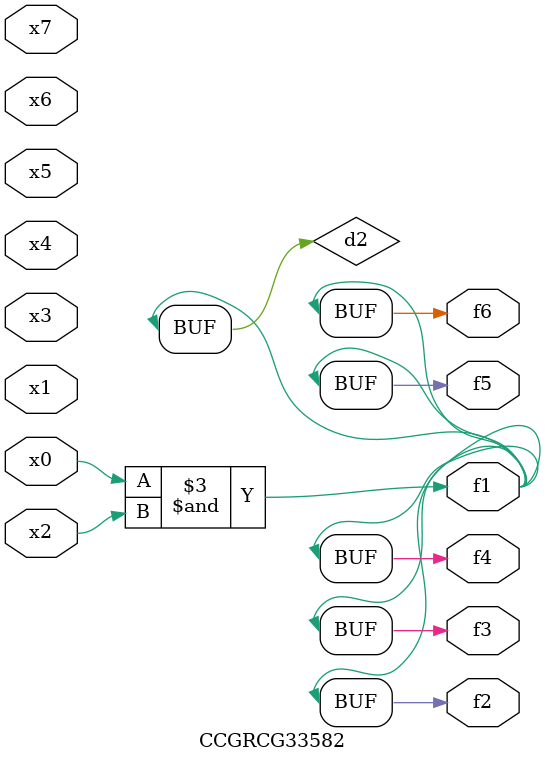
<source format=v>
module CCGRCG33582(
	input x0, x1, x2, x3, x4, x5, x6, x7,
	output f1, f2, f3, f4, f5, f6
);

	wire d1, d2;

	nor (d1, x3, x6);
	and (d2, x0, x2);
	assign f1 = d2;
	assign f2 = d2;
	assign f3 = d2;
	assign f4 = d2;
	assign f5 = d2;
	assign f6 = d2;
endmodule

</source>
